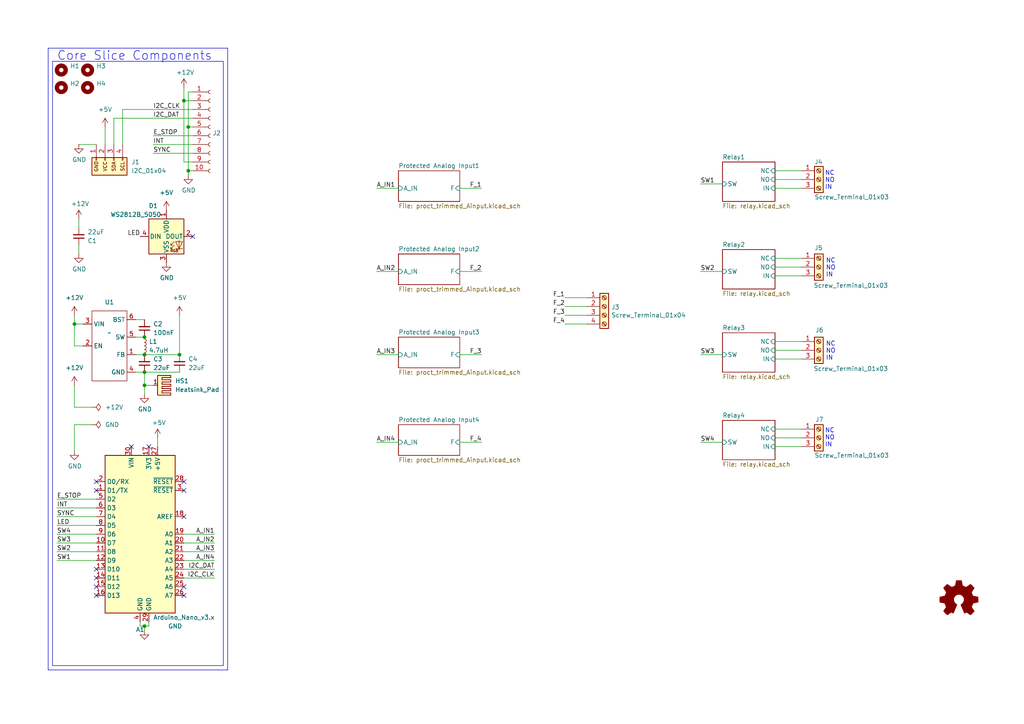
<source format=kicad_sch>
(kicad_sch (version 20231120) (generator "eeschema") (generator_version "8.0")
  (paper "A4")
  (lib_symbols
    (symbol "Connector:Conn_01x10_Female" (pin_names (offset 1.016) hide)
      (property "Reference" "J" (at 0 12.7 0))
      (property "Value" "Conn_01x10_Female" (at 0 -15.24 0))
      (symbol "Conn_01x10_Female_1_1"
        (arc (start 0 -12.192) (mid -0.5058 -12.7) (end 0 -13.208) (stroke (width 0.1524)))
        (arc (start 0 -9.652) (mid -0.5058 -10.16) (end 0 -10.668) (stroke (width 0.1524)))
        (arc (start 0 -7.112) (mid -0.5058 -7.62) (end 0 -8.128) (stroke (width 0.1524)))
        (arc (start 0 -4.572) (mid -0.5058 -5.08) (end 0 -5.588) (stroke (width 0.1524)))
        (arc (start 0 -2.032) (mid -0.5058 -2.54) (end 0 -3.048) (stroke (width 0.1524)))
        (polyline (pts (xy -1.27 -12.7) (xy -0.508 -12.7)) (stroke (width 0.1524)))
        (polyline (pts (xy -1.27 -10.16) (xy -0.508 -10.16)) (stroke (width 0.1524)))
        (polyline (pts (xy -1.27 -7.62) (xy -0.508 -7.62)) (stroke (width 0.1524)))
        (polyline (pts (xy -1.27 -5.08) (xy -0.508 -5.08)) (stroke (width 0.1524)))
        (polyline (pts (xy -1.27 -2.54) (xy -0.508 -2.54)) (stroke (width 0.1524)))
        (polyline (pts (xy -1.27 0) (xy -0.508 0)) (stroke (width 0.1524)))
        (polyline (pts (xy -1.27 2.54) (xy -0.508 2.54)) (stroke (width 0.1524)))
        (polyline (pts (xy -1.27 5.08) (xy -0.508 5.08)) (stroke (width 0.1524)))
        (polyline (pts (xy -1.27 7.62) (xy -0.508 7.62)) (stroke (width 0.1524)))
        (polyline (pts (xy -1.27 10.16) (xy -0.508 10.16)) (stroke (width 0.1524)))
        (arc (start 0 0.508) (mid -0.5058 0) (end 0 -0.508) (stroke (width 0.1524)))
        (arc (start 0 3.048) (mid -0.5058 2.54) (end 0 2.032) (stroke (width 0.1524)))
        (arc (start 0 5.588) (mid -0.5058 5.08) (end 0 4.572) (stroke (width 0.1524)))
        (arc (start 0 8.128) (mid -0.5058 7.62) (end 0 7.112) (stroke (width 0.1524)))
        (arc (start 0 10.668) (mid -0.5058 10.16) (end 0 9.652) (stroke (width 0.1524)))
        (pin passive line (at -5.08 10.16 0) (length 3.81) (name "Pin_1") (number "1"))
        (pin passive line (at -5.08 -12.7 0) (length 3.81) (name "Pin_10") (number "10"))
        (pin passive line (at -5.08 7.62 0) (length 3.81) (name "Pin_2") (number "2"))
        (pin passive line (at -5.08 5.08 0) (length 3.81) (name "Pin_3") (number "3"))
        (pin passive line (at -5.08 2.54 0) (length 3.81) (name "Pin_4") (number "4"))
        (pin passive line (at -5.08 0 0) (length 3.81) (name "Pin_5") (number "5"))
        (pin passive line (at -5.08 -2.54 0) (length 3.81) (name "Pin_6") (number "6"))
        (pin passive line (at -5.08 -5.08 0) (length 3.81) (name "Pin_7") (number "7"))
        (pin passive line (at -5.08 -7.62 0) (length 3.81) (name "Pin_8") (number "8"))
        (pin passive line (at -5.08 -10.16 0) (length 3.81) (name "Pin_9") (number "9"))
      )
    )
    (symbol "Connector:Screw_Terminal_01x03" (pin_names (offset 1.016) hide)
      (property "Reference" "J" (at 0 5.08 0))
      (property "Value" "Screw_Terminal_01x03" (at 0 -5.08 0))
      (symbol "Screw_Terminal_01x03_1_1"
        (rectangle (start -1.27 3.81) (end 1.27 -3.81) (stroke (width 0.254)) (fill (type background)))
        (circle (center 0 -2.54) (radius 0.635) (stroke (width 0.1524)))
        (polyline (pts (xy -0.5334 -2.2098) (xy 0.3302 -3.048)) (stroke (width 0.1524)))
        (polyline (pts (xy -0.5334 0.3302) (xy 0.3302 -0.508)) (stroke (width 0.1524)))
        (polyline (pts (xy -0.5334 2.8702) (xy 0.3302 2.032)) (stroke (width 0.1524)))
        (polyline (pts (xy -0.3556 -2.032) (xy 0.508 -2.8702)) (stroke (width 0.1524)))
        (polyline (pts (xy -0.3556 0.508) (xy 0.508 -0.3302)) (stroke (width 0.1524)))
        (polyline (pts (xy -0.3556 3.048) (xy 0.508 2.2098)) (stroke (width 0.1524)))
        (circle (center 0 0) (radius 0.635) (stroke (width 0.1524)))
        (circle (center 0 2.54) (radius 0.635) (stroke (width 0.1524)))
        (pin passive line (at -5.08 2.54 0) (length 3.81) (name "Pin_1") (number "1"))
        (pin passive line (at -5.08 0 0) (length 3.81) (name "Pin_2") (number "2"))
        (pin passive line (at -5.08 -2.54 0) (length 3.81) (name "Pin_3") (number "3"))
      )
    )
    (symbol "Connector:Screw_Terminal_01x04" (pin_names (offset 1.016) hide)
      (property "Reference" "J" (at 0 5.08 0))
      (property "Value" "Screw_Terminal_01x04" (at 0 -7.62 0))
      (symbol "Screw_Terminal_01x04_1_1"
        (rectangle (start -1.27 3.81) (end 1.27 -6.35) (stroke (width 0.254)) (fill (type background)))
        (circle (center 0 -5.08) (radius 0.635) (stroke (width 0.1524)))
        (circle (center 0 -2.54) (radius 0.635) (stroke (width 0.1524)))
        (polyline (pts (xy -0.5334 -4.7498) (xy 0.3302 -5.588)) (stroke (width 0.1524)))
        (polyline (pts (xy -0.5334 -2.2098) (xy 0.3302 -3.048)) (stroke (width 0.1524)))
        (polyline (pts (xy -0.5334 0.3302) (xy 0.3302 -0.508)) (stroke (width 0.1524)))
        (polyline (pts (xy -0.5334 2.8702) (xy 0.3302 2.032)) (stroke (width 0.1524)))
        (polyline (pts (xy -0.3556 -4.572) (xy 0.508 -5.4102)) (stroke (width 0.1524)))
        (polyline (pts (xy -0.3556 -2.032) (xy 0.508 -2.8702)) (stroke (width 0.1524)))
        (polyline (pts (xy -0.3556 0.508) (xy 0.508 -0.3302)) (stroke (width 0.1524)))
        (polyline (pts (xy -0.3556 3.048) (xy 0.508 2.2098)) (stroke (width 0.1524)))
        (circle (center 0 0) (radius 0.635) (stroke (width 0.1524)))
        (circle (center 0 2.54) (radius 0.635) (stroke (width 0.1524)))
        (pin passive line (at -5.08 2.54 0) (length 3.81) (name "Pin_1") (number "1"))
        (pin passive line (at -5.08 0 0) (length 3.81) (name "Pin_2") (number "2"))
        (pin passive line (at -5.08 -2.54 0) (length 3.81) (name "Pin_3") (number "3"))
        (pin passive line (at -5.08 -5.08 0) (length 3.81) (name "Pin_4") (number "4"))
      )
    )
    (symbol "Device:C_Small" (pin_numbers hide) (pin_names (offset 0.254) hide)
      (property "Reference" "C" (at 0.254 1.778 0))
      (property "Value" "C_Small" (at 0.254 -2.032 0))
      (symbol "C_Small_0_1"
        (polyline (pts (xy -1.524 -0.508) (xy 1.524 -0.508)) (stroke (width 0.3302)))
        (polyline (pts (xy -1.524 0.508) (xy 1.524 0.508)) (stroke (width 0.3048)))
      )
      (symbol "C_Small_1_1"
        (pin passive line (at 0 2.54 270) (length 2.032) (name "~") (number "1"))
        (pin passive line (at 0 -2.54 90) (length 2.032) (name "~") (number "2"))
      )
    )
    (symbol "Device:L_Small" (pin_numbers hide) (pin_names (offset 0.254) hide)
      (property "Reference" "L" (at 0.762 1.016 0))
      (property "Value" "L_Small" (at 0.762 -1.016 0))
      (symbol "L_Small_0_1"
        (arc (start 0 -2.032) (mid 0.5058 -1.524) (end 0 -1.016))
        (arc (start 0 -1.016) (mid 0.5058 -0.508) (end 0 0))
        (arc (start 0 0) (mid 0.5058 0.508) (end 0 1.016))
        (arc (start 0 1.016) (mid 0.5058 1.524) (end 0 2.032))
      )
      (symbol "L_Small_1_1"
        (pin passive line (at 0 2.54 270) (length 0.508) (name "~") (number "1"))
        (pin passive line (at 0 -2.54 90) (length 0.508) (name "~") (number "2"))
      )
    )
    (symbol "Graphic:Logo_Open_Hardware_Small" (in_bom no) (on_board no)
      (symbol "Logo_Open_Hardware_Small_0_1"
        (polyline (pts (xy 3.3528 -4.3434) (xy 3.302 -4.318) (xy 3.175 -4.2418) (xy 2.9972 -4.1148) (xy 2.7686 -3.9624) (xy 2.54 -3.81) (xy 2.3622 -3.7084) (xy 2.2352 -3.6068) (xy 2.1844 -3.5814) (xy 2.159 -3.6068) (xy 2.0574 -3.6576) (xy 1.905 -3.7338) (xy 1.8034 -3.7846) (xy 1.6764 -3.8354) (xy 1.6002 -3.8354) (xy 1.6002 -3.8354) (xy 1.5494 -3.7338) (xy 1.4732 -3.5306) (xy 1.3462 -3.302) (xy 1.2446 -3.0226) (xy 1.1176 -2.7178) (xy 0.9652 -2.413) (xy 0.8636 -2.1082) (xy 0.7366 -1.8288) (xy 0.6604 -1.6256) (xy 0.6096 -1.4732) (xy 0.5842 -1.397) (xy 0.5842 -1.397) (xy 0.6604 -1.3208) (xy 0.7874 -1.2446) (xy 1.0414 -1.016) (xy 1.2954 -0.6858) (xy 1.4478 -0.3302) (xy 1.524 0.0762) (xy 1.4732 0.4572) (xy 1.3208 0.8128) (xy 1.0668 1.143) (xy 0.762 1.3716) (xy 0.4064 1.524) (xy 0 1.5748) (xy -0.381 1.5494) (xy -0.7366 1.397) (xy -1.0668 1.143) (xy -1.2192 0.9906) (xy -1.397 0.6604) (xy -1.524 0.3048) (xy -1.524 0.2286) (xy -1.4986 -0.1778) (xy -1.397 -0.5334) (xy -1.1938 -0.8636) (xy -0.9144 -1.143) (xy -0.8636 -1.1684) (xy -0.7366 -1.27) (xy -0.635 -1.3462) (xy -0.5842 -1.397) (xy -1.0668 -2.5908) (xy -1.143 -2.794) (xy -1.2954 -3.1242) (xy -1.397 -3.4036) (xy -1.4986 -3.6322) (xy -1.5748 -3.7846) (xy -1.6002 -3.8354) (xy -1.6002 -3.8354) (xy -1.651 -3.8354) (xy -1.7272 -3.81) (xy -1.905 -3.7338) (xy -2.0066 -3.683) (xy -2.1336 -3.6068) (xy -2.2098 -3.5814) (xy -2.2606 -3.6068) (xy -2.3622 -3.683) (xy -2.54 -3.81) (xy -2.7686 -3.9624) (xy -2.9718 -4.0894) (xy -3.1496 -4.2164) (xy -3.302 -4.318) (xy -3.3528 -4.3434) (xy -3.3782 -4.3434) (xy -3.429 -4.318) (xy -3.5306 -4.2164) (xy -3.7084 -4.064) (xy -3.937 -3.8354) (xy -3.9624 -3.81) (xy -4.1656 -3.6068) (xy -4.318 -3.4544) (xy -4.4196 -3.3274) (xy -4.445 -3.2766) (xy -4.445 -3.2766) (xy -4.4196 -3.2258) (xy -4.318 -3.0734) (xy -4.2164 -2.8956) (xy -4.064 -2.667) (xy -3.6576 -2.0828) (xy -3.8862 -1.5494) (xy -3.937 -1.3716) (xy -4.0386 -1.1684) (xy -4.0894 -1.0414) (xy -4.1148 -0.9652) (xy -4.191 -0.9398) (xy -4.318 -0.9144) (xy -4.5466 -0.8636) (xy -4.8006 -0.8128) (xy -5.0546 -0.7874) (xy -5.2578 -0.7366) (xy -5.4356 -0.7112) (xy -5.5118 -0.6858) (xy -5.5118 -0.6858) (xy -5.5372 -0.635) (xy -5.5372 -0.5588) (xy -5.5372 -0.4318) (xy -5.5626 -0.2286) (xy -5.5626 0.0762) (xy -5.5626 0.127) (xy -5.5372 0.4064) (xy -5.5372 0.635) (xy -5.5372 0.762) (xy -5.5372 0.8382) (xy -5.5372 0.8382) (xy -5.461 0.8382) (xy -5.3086 0.889) (xy -5.08 0.9144) (xy -4.826 0.9652) (xy -4.8006 0.9906) (xy -4.5466 1.0414) (xy -4.318 1.0668) (xy -4.1656 1.1176) (xy -4.0894 1.143) (xy -4.0894 1.143) (xy -4.0386 1.2446) (xy -3.9624 1.4224) (xy -3.8608 1.6256) (xy -3.7846 1.8288) (xy -3.7084 2.0066) (xy -3.6576 2.159) (xy -3.6322 2.2098) (xy -3.6322 2.2098) (xy -3.683 2.286) (xy -3.7592 2.413) (xy -3.8862 2.5908) (xy -4.064 2.8194) (xy -4.064 2.8448) (xy -4.2164 3.0734) (xy -4.3434 3.2512) (xy -4.4196 3.3782) (xy -4.445 3.4544) (xy -4.445 3.4544) (xy -4.3942 3.5052) (xy -4.2926 3.6322) (xy -4.1148 3.81) (xy -3.937 4.0132) (xy -3.8608 4.064) (xy -3.6576 4.2926) (xy -3.5052 4.4196) (xy -3.4036 4.4958) (xy -3.3528 4.5212) (xy -3.3528 4.5212) (xy -3.302 4.4704) (xy -3.1496 4.3688) (xy -2.9718 4.2418) (xy -2.7432 4.0894) (xy -2.7178 4.0894) (xy -2.4892 3.937) (xy -2.3114 3.81) (xy -2.1844 3.7084) (xy -2.1336 3.683) (xy -2.1082 3.683) (xy -2.032 3.7084) (xy -1.8542 3.7592) (xy -1.6764 3.8354) (xy -1.4732 3.937) (xy -1.27 4.0132) (xy -1.143 4.064) (xy -1.0668 4.1148) (xy -1.0668 4.1148) (xy -1.0414 4.191) (xy -1.016 4.3434) (xy -0.9652 4.572) (xy -0.9144 4.8514) (xy -0.889 4.9022) (xy -0.8382 5.1562) (xy -0.8128 5.3848) (xy -0.7874 5.5372) (xy -0.762 5.588) (xy -0.7112 5.6134) (xy -0.5842 5.6134) (xy -0.4064 5.6134) (xy -0.1524 5.6134) (xy 0.0762 5.6134) (xy 0.3302 5.6134) (xy 0.5334 5.6134) (xy 0.6858 5.588) (xy 0.7366 5.588) (xy 0.7366 5.588) (xy 0.762 5.5118) (xy 0.8128 5.334) (xy 0.8382 5.1054) (xy 0.9144 4.826) (xy 0.9144 4.7752) (xy 0.9652 4.5212) (xy 1.016 4.2926) (xy 1.0414 4.1402) (xy 1.0668 4.0894) (xy 1.0668 4.0894) (xy 1.1938 4.0386) (xy 1.3716 3.9624) (xy 1.5748 3.8608) (xy 2.0828 3.6576) (xy 2.7178 4.0894) (xy 2.7686 4.1402) (xy 2.9972 4.2926) (xy 3.175 4.4196) (xy 3.302 4.4958) (xy 3.3782 4.5212) (xy 3.3782 4.5212) (xy 3.429 4.4704) (xy 3.556 4.3434) (xy 3.7338 4.191) (xy 3.9116 3.9878) (xy 4.064 3.8354) (xy 4.2418 3.6576) (xy 4.3434 3.556) (xy 4.4196 3.4798) (xy 4.4196 3.429) (xy 4.4196 3.4036) (xy 4.3942 3.3274) (xy 4.2926 3.2004) (xy 4.1656 2.9972) (xy 4.0132 2.794) (xy 3.8862 2.5908) (xy 3.7592 2.3876) (xy 3.6576 2.2352) (xy 3.6322 2.159) (xy 3.6322 2.1336) (xy 3.683 2.0066) (xy 3.7592 1.8288) (xy 3.8608 1.6002) (xy 4.064 1.1176) (xy 4.3942 1.0414) (xy 4.5974 1.016) (xy 4.8768 0.9652) (xy 5.1308 0.9144) (xy 5.5372 0.8382) (xy 5.5626 -0.6604) (xy 5.4864 -0.6858) (xy 5.4356 -0.6858) (xy 5.2832 -0.7366) (xy 5.0546 -0.762) (xy 4.8006 -0.8128) (xy 4.5974 -0.8636) (xy 4.3688 -0.9144) (xy 4.2164 -0.9398) (xy 4.1402 -0.9398) (xy 4.1148 -0.9652) (xy 4.064 -1.0668) (xy 3.9878 -1.2446) (xy 3.9116 -1.4478) (xy 3.81 -1.651) (xy 3.7338 -1.8542) (xy 3.683 -2.0066) (xy 3.6576 -2.0828) (xy 3.683 -2.1336) (xy 3.7846 -2.2606) (xy 3.8862 -2.4638) (xy 4.0386 -2.667) (xy 4.191 -2.8956) (xy 4.318 -3.0734) (xy 4.3942 -3.2004) (xy 4.445 -3.2766) (xy 4.4196 -3.3274) (xy 4.3434 -3.429) (xy 4.1656 -3.5814) (xy 3.937 -3.8354) (xy 3.8862 -3.8608) (xy 3.683 -4.064) (xy 3.5306 -4.2164) (xy 3.4036 -4.318) (xy 3.3528 -4.3434)) (fill (type outline)))
      )
    )
    (symbol "MCU_Module:Arduino_Nano_v3.x"
      (property "Reference" "A" (at -10.16 23.495 0))
      (property "Value" "Arduino_Nano_v3.x" (at 5.08 -24.13 0))
      (symbol "Arduino_Nano_v3.x_0_1"
        (rectangle (start -10.16 22.86) (end 10.16 -22.86) (stroke (width 0.254)) (fill (type background)))
      )
      (symbol "Arduino_Nano_v3.x_1_1"
        (pin bidirectional line (at -12.7 12.7 0) (length 2.54) (name "D1/TX") (number "1"))
        (pin bidirectional line (at -12.7 -2.54 0) (length 2.54) (name "D7") (number "10"))
        (pin bidirectional line (at -12.7 -5.08 0) (length 2.54) (name "D8") (number "11"))
        (pin bidirectional line (at -12.7 -7.62 0) (length 2.54) (name "D9") (number "12"))
        (pin bidirectional line (at -12.7 -10.16 0) (length 2.54) (name "D10") (number "13"))
        (pin bidirectional line (at -12.7 -12.7 0) (length 2.54) (name "D11") (number "14"))
        (pin bidirectional line (at -12.7 -15.24 0) (length 2.54) (name "D12") (number "15"))
        (pin bidirectional line (at -12.7 -17.78 0) (length 2.54) (name "D13") (number "16"))
        (pin power_out line (at 2.54 25.4 270) (length 2.54) (name "3V3") (number "17"))
        (pin input line (at 12.7 5.08 180) (length 2.54) (name "AREF") (number "18"))
        (pin bidirectional line (at 12.7 0 180) (length 2.54) (name "A0") (number "19"))
        (pin bidirectional line (at -12.7 15.24 0) (length 2.54) (name "D0/RX") (number "2"))
        (pin bidirectional line (at 12.7 -2.54 180) (length 2.54) (name "A1") (number "20"))
        (pin bidirectional line (at 12.7 -5.08 180) (length 2.54) (name "A2") (number "21"))
        (pin bidirectional line (at 12.7 -7.62 180) (length 2.54) (name "A3") (number "22"))
        (pin bidirectional line (at 12.7 -10.16 180) (length 2.54) (name "A4") (number "23"))
        (pin bidirectional line (at 12.7 -12.7 180) (length 2.54) (name "A5") (number "24"))
        (pin bidirectional line (at 12.7 -15.24 180) (length 2.54) (name "A6") (number "25"))
        (pin bidirectional line (at 12.7 -17.78 180) (length 2.54) (name "A7") (number "26"))
        (pin power_out line (at 5.08 25.4 270) (length 2.54) (name "+5V") (number "27"))
        (pin input line (at 12.7 15.24 180) (length 2.54) (name "~{RESET}") (number "28"))
        (pin power_in line (at 2.54 -25.4 90) (length 2.54) (name "GND") (number "29"))
        (pin input line (at 12.7 12.7 180) (length 2.54) (name "~{RESET}") (number "3"))
        (pin power_in line (at -2.54 25.4 270) (length 2.54) (name "VIN") (number "30"))
        (pin power_in line (at 0 -25.4 90) (length 2.54) (name "GND") (number "4"))
        (pin bidirectional line (at -12.7 10.16 0) (length 2.54) (name "D2") (number "5"))
        (pin bidirectional line (at -12.7 7.62 0) (length 2.54) (name "D3") (number "6"))
        (pin bidirectional line (at -12.7 5.08 0) (length 2.54) (name "D4") (number "7"))
        (pin bidirectional line (at -12.7 2.54 0) (length 2.54) (name "D5") (number "8"))
        (pin bidirectional line (at -12.7 0 0) (length 2.54) (name "D6") (number "9"))
      )
    )
    (symbol "Mechanical:Heatsink_Pad" (pin_names (offset 0))
      (property "Reference" "HS" (at 0 5.715 0))
      (property "Value" "Heatsink_Pad" (at 0 3.81 0))
      (symbol "Heatsink_Pad_0_1"
        (polyline (pts (xy -0.3302 0) (xy -0.9652 0) (xy -0.9652 2.54) (xy -1.6002 2.54) (xy -1.6002 0) (xy -2.2352 0) (xy -2.2352 2.54) (xy -2.8702 2.54) (xy -2.8702 -1.27) (xy -0.9652 -1.27)) (stroke (width 0.254)) (fill (type background)))
        (polyline (pts (xy -0.3302 0) (xy -0.3302 2.54) (xy 0.3048 2.54) (xy 0.3048 0) (xy 0.9398 0) (xy 0.9398 2.54) (xy 1.5748 2.54) (xy 1.5748 0) (xy 2.2098 0) (xy 2.2098 2.54) (xy 2.8448 2.54) (xy 2.8448 -1.27) (xy -0.9652 -1.27)) (stroke (width 0.254)) (fill (type background)))
      )
      (symbol "Heatsink_Pad_1_1"
        (pin passive line (at 0 -2.54 90) (length 1.27) (name "~") (number "1"))
      )
    )
    (symbol "Mechanical:MountingHole" (pin_names (offset 1.016))
      (property "Reference" "H" (at 0 5.08 0))
      (property "Value" "MountingHole" (at 0 3.175 0))
      (symbol "MountingHole_0_1"
        (circle (center 0 0) (radius 1.27) (stroke (width 1.27)))
      )
    )
    (symbol "SparkFun-Connector:I2C_01x04" (pin_names (offset 1.016) hide)
      (property "Reference" "J" (at 0 5.08 0))
      (property "Value" "I2C_01x04" (at 0 -7.62 0))
      (symbol "I2C_01x04_1_1"
        (rectangle (start -1.27 -4.953) (end -0.508 -5.207) (stroke (width 0.1524)))
        (rectangle (start -1.27 -2.413) (end -0.508 -2.667) (stroke (width 0.1524)))
        (rectangle (start -1.27 0.127) (end -0.508 -0.127) (stroke (width 0.1524)))
        (rectangle (start -1.27 2.667) (end -0.508 2.413) (stroke (width 0.1524)))
        (rectangle (start -1.27 3.81) (end 3.81 -6.35) (stroke (width 0.254)) (fill (type background)))
        (text "GND" (at 1.27 -5.08 0) (effects (font (size 1 1))))
        (text "SCL" (at 1.27 2.54 0) (effects (font (size 1 1))))
        (text "SDA" (at 1.27 0 0) (effects (font (size 1 1))))
        (text "VCC" (at 1.27 -2.54 0) (effects (font (size 1 1))))
        (pin passive line (at -5.08 -5.08 0) (length 3.81) (name "Pin_1") (number "1"))
        (pin passive line (at -5.08 -2.54 0) (length 3.81) (name "Pin_2") (number "2"))
        (pin passive line (at -5.08 0 0) (length 3.81) (name "Pin_3") (number "3"))
        (pin passive line (at -5.08 2.54 0) (length 3.81) (name "Pin_4") (number "4"))
      )
    )
    (symbol "SparkFun-DiscreteSemi:AP63205"
      (property "Reference" "U" (at 0 7.62 0))
      (symbol "AP63205_0_1"
        (rectangle (start -5.08 6.35) (end 5.08 -13.97))
      )
      (symbol "AP63205_1_1"
        (pin input line (at 7.62 -6.35 180) (length 2.54) (name "FB") (number "1"))
        (pin input line (at -7.62 -3.81 0) (length 2.54) (name "EN") (number "2"))
        (pin input line (at -7.62 2.54 0) (length 2.54) (name "VIN") (number "3"))
        (pin input line (at 7.62 -11.43 180) (length 2.54) (name "GND") (number "4"))
        (pin input line (at 7.62 -1.27 180) (length 2.54) (name "SW") (number "5"))
        (pin input line (at 7.62 3.81 180) (length 2.54) (name "BST") (number "6"))
      )
    )
    (symbol "SparkFun-LED:WS2812B_5050" (pin_names (offset 0.254))
      (property "Reference" "D" (at 5.08 5.715 0))
      (property "Value" "WS2812B_5050" (at 1.27 -5.715 0))
      (symbol "WS2812B_5050_0_0"
        (text "RGB" (at 2.286 -4.191 0) (effects (font (size 0.762 0.762))))
      )
      (symbol "WS2812B_5050_0_1"
        (polyline (pts (xy 1.27 -3.556) (xy 1.778 -3.556)))
        (polyline (pts (xy 1.27 -2.54) (xy 1.778 -2.54)))
        (polyline (pts (xy 4.699 -3.556) (xy 2.667 -3.556)))
        (polyline (pts (xy 2.286 -2.54) (xy 1.27 -3.556) (xy 1.27 -3.048)))
        (polyline (pts (xy 2.286 -1.524) (xy 1.27 -2.54) (xy 1.27 -2.032)))
        (polyline (pts (xy 3.683 -1.016) (xy 3.683 -3.556) (xy 3.683 -4.064)))
        (polyline (pts (xy 4.699 -1.524) (xy 2.667 -1.524) (xy 3.683 -3.556) (xy 4.699 -1.524)))
        (rectangle (start 5.08 5.08) (end -5.08 -5.08) (stroke (width 0.254)) (fill (type background)))
      )
      (symbol "WS2812B_5050_1_1"
        (pin power_in line (at 0 7.62 270) (length 2.54) (name "VDD") (number "1"))
        (pin output line (at 7.62 0 180) (length 2.54) (name "DOUT") (number "2"))
        (pin power_in line (at 0 -7.62 90) (length 2.54) (name "VSS") (number "3"))
        (pin input line (at -7.62 0 0) (length 2.54) (name "DIN") (number "4"))
      )
    )
    (symbol "power:+12V" (power) (pin_names (offset 0))
      (property "Value" "+12V" (at 0 3.556 0))
      (symbol "+12V_0_1"
        (polyline (pts (xy -0.762 1.27) (xy 0 2.54)))
        (polyline (pts (xy 0 0) (xy 0 2.54)))
        (polyline (pts (xy 0 2.54) (xy 0.762 1.27)))
      )
      (symbol "+12V_1_1"
        (pin power_in line (at 0 0 90) (length 0) hide (name "+12V") (number "1"))
      )
    )
    (symbol "power:+5V" (power) (pin_names (offset 0))
      (property "Value" "+5V" (at 0 3.556 0))
      (symbol "+5V_0_1"
        (polyline (pts (xy -0.762 1.27) (xy 0 2.54)))
        (polyline (pts (xy 0 0) (xy 0 2.54)))
        (polyline (pts (xy 0 2.54) (xy 0.762 1.27)))
      )
      (symbol "+5V_1_1"
        (pin power_in line (at 0 0 90) (length 0) hide (name "+5V") (number "1"))
      )
    )
    (symbol "power:GND" (power) (pin_names (offset 0))
      (property "Value" "GND" (at 0 -3.81 0))
      (symbol "GND_0_1"
        (polyline (pts (xy 0 0) (xy 0 -1.27) (xy 1.27 -1.27) (xy 0 -2.54) (xy -1.27 -1.27) (xy 0 -1.27)))
      )
      (symbol "GND_1_1"
        (pin power_in line (at 0 0 270) (length 0) hide (name "GND") (number "1"))
      )
    )
    (symbol "power:PWR_FLAG" (power) (pin_numbers hide) (pin_names (offset 0) hide)
      (property "Value" "PWR_FLAG" (at 0 3.81 0))
      (symbol "PWR_FLAG_0_0"
        (pin power_out line (at 0 0 90) (length 0) (name "~") (number "1"))
      )
      (symbol "PWR_FLAG_0_1"
        (polyline (pts (xy 0 0) (xy 0 1.27) (xy -1.016 1.905) (xy 0 2.54) (xy 1.016 1.905) (xy 0 1.27)))
      )
    )
  )
  (junction (at 54.61 49.53))
  (junction (at 41.91 107.95))
  (junction (at 41.91 111.76))
  (junction (at 41.91 102.87))
  (junction (at 53.34 29.21))
  (junction (at 41.91 181.61))
  (junction (at 54.61 36.83))
  (junction (at 52.07 102.87))
  (junction (at 41.91 97.79))
  (junction (at 21.59 93.98))
  (no_connect (at 53.34 149.86))
  (no_connect (at 27.94 167.64))
  (no_connect (at 27.94 142.24))
  (no_connect (at 27.94 170.18))
  (no_connect (at 27.94 165.1))
  (no_connect (at 27.94 139.7))
  (no_connect (at 38.1 129.54))
  (no_connect (at 43.18 129.54))
  (no_connect (at 53.34 172.72))
  (no_connect (at 53.34 170.18))
  (no_connect (at 53.34 139.7))
  (no_connect (at 27.94 172.72))
  (no_connect (at 53.34 142.24))
  (no_connect (at 55.88 68.58))
  (polyline (pts (xy 66.04 194.31) (xy 66.04 13.97)))
  (wire (pts (xy 16.51 157.48) (xy 27.94 157.48)))
  (wire (pts (xy 43.18 181.61) (xy 43.18 180.34)))
  (wire (pts (xy 224.79 74.93) (xy 232.41 74.93)))
  (wire (pts (xy 203.2 78.74) (xy 209.55 78.74)))
  (wire (pts (xy 16.51 154.94) (xy 27.94 154.94)))
  (wire (pts (xy 224.79 80.01) (xy 232.41 80.01)))
  (wire (pts (xy 133.35 102.87) (xy 139.7 102.87)))
  (polyline (pts (xy 66.04 13.97) (xy 13.97 13.97)))
  (wire (pts (xy 22.86 71.12) (xy 22.86 73.66)))
  (wire (pts (xy 16.51 160.02) (xy 27.94 160.02)))
  (wire (pts (xy 41.91 181.61) (xy 43.18 181.61)))
  (wire (pts (xy 224.79 52.07) (xy 232.41 52.07)))
  (wire (pts (xy 21.59 100.33) (xy 21.59 93.98)))
  (wire (pts (xy 224.79 124.46) (xy 232.41 124.46)))
  (wire (pts (xy 44.45 41.91) (xy 55.88 41.91)))
  (polyline (pts (xy 13.97 13.97) (xy 13.97 194.31)))
  (wire (pts (xy 53.34 29.21) (xy 55.88 29.21)))
  (wire (pts (xy 224.79 101.6) (xy 232.41 101.6)))
  (wire (pts (xy 224.79 104.14) (xy 232.41 104.14)))
  (wire (pts (xy 109.22 128.27) (xy 115.57 128.27)))
  (wire (pts (xy 39.37 92.71) (xy 41.91 92.71)))
  (wire (pts (xy 224.79 54.61) (xy 232.41 54.61)))
  (polyline (pts (xy 13.97 194.31) (xy 66.04 194.31)))
  (wire (pts (xy 53.34 25.4) (xy 53.34 29.21)))
  (wire (pts (xy 22.86 41.91) (xy 27.94 41.91)))
  (wire (pts (xy 224.79 77.47) (xy 232.41 77.47)))
  (wire (pts (xy 133.35 78.74) (xy 139.7 78.74)))
  (wire (pts (xy 203.2 128.27) (xy 209.55 128.27)))
  (wire (pts (xy 54.61 49.53) (xy 54.61 36.83)))
  (wire (pts (xy 203.2 102.87) (xy 209.55 102.87)))
  (wire (pts (xy 55.88 39.37) (xy 44.45 39.37)))
  (polyline (pts (xy 64.77 17.78) (xy 15.24 17.78)))
  (wire (pts (xy 53.34 157.48) (xy 62.23 157.48)))
  (wire (pts (xy 55.88 46.99) (xy 53.34 46.99)))
  (wire (pts (xy 44.45 44.45) (xy 55.88 44.45)))
  (wire (pts (xy 35.56 31.75) (xy 55.88 31.75)))
  (wire (pts (xy 16.51 149.86) (xy 27.94 149.86)))
  (wire (pts (xy 39.37 97.79) (xy 41.91 97.79)))
  (wire (pts (xy 203.2 53.34) (xy 209.55 53.34)))
  (wire (pts (xy 33.02 34.29) (xy 55.88 34.29)))
  (wire (pts (xy 52.07 102.87) (xy 52.07 91.44)))
  (wire (pts (xy 53.34 162.56) (xy 62.23 162.56)))
  (wire (pts (xy 45.72 127) (xy 45.72 129.54)))
  (wire (pts (xy 40.64 180.34) (xy 40.64 181.61)))
  (wire (pts (xy 39.37 107.95) (xy 41.91 107.95)))
  (wire (pts (xy 21.59 100.33) (xy 24.13 100.33)))
  (wire (pts (xy 133.35 128.27) (xy 139.7 128.27)))
  (wire (pts (xy 224.79 127) (xy 232.41 127)))
  (wire (pts (xy 41.91 107.95) (xy 52.07 107.95)))
  (polyline (pts (xy 64.77 193.04) (xy 64.77 17.78)))
  (wire (pts (xy 54.61 26.67) (xy 55.88 26.67)))
  (wire (pts (xy 22.86 63.5) (xy 22.86 66.04)))
  (wire (pts (xy 44.45 111.76) (xy 41.91 111.76)))
  (wire (pts (xy 133.35 54.61) (xy 139.7 54.61)))
  (polyline (pts (xy 15.24 193.04) (xy 64.77 193.04)))
  (wire (pts (xy 55.88 36.83) (xy 54.61 36.83)))
  (wire (pts (xy 16.51 152.4) (xy 27.94 152.4)))
  (wire (pts (xy 40.64 181.61) (xy 41.91 181.61)))
  (wire (pts (xy 16.51 162.56) (xy 27.94 162.56)))
  (wire (pts (xy 41.91 102.87) (xy 52.07 102.87)))
  (wire (pts (xy 41.91 181.61) (xy 41.91 182.88)))
  (wire (pts (xy 26.67 118.11) (xy 21.59 118.11)))
  (wire (pts (xy 27.94 144.78) (xy 16.51 144.78)))
  (wire (pts (xy 109.22 54.61) (xy 115.57 54.61)))
  (wire (pts (xy 53.34 160.02) (xy 62.23 160.02)))
  (wire (pts (xy 53.34 46.99) (xy 53.34 29.21)))
  (wire (pts (xy 224.79 49.53) (xy 232.41 49.53)))
  (wire (pts (xy 54.61 50.8) (xy 54.61 49.53)))
  (wire (pts (xy 224.79 129.54) (xy 232.41 129.54)))
  (wire (pts (xy 21.59 118.11) (xy 21.59 111.76)))
  (wire (pts (xy 109.22 102.87) (xy 115.57 102.87)))
  (wire (pts (xy 16.51 147.32) (xy 27.94 147.32)))
  (wire (pts (xy 53.34 167.64) (xy 62.23 167.64)))
  (wire (pts (xy 53.34 154.94) (xy 62.23 154.94)))
  (wire (pts (xy 39.37 102.87) (xy 41.91 102.87)))
  (wire (pts (xy 54.61 36.83) (xy 54.61 26.67)))
  (wire (pts (xy 170.18 88.9) (xy 163.83 88.9)))
  (wire (pts (xy 62.23 165.1) (xy 53.34 165.1)))
  (wire (pts (xy 33.02 41.91) (xy 33.02 34.29)))
  (wire (pts (xy 26.67 123.19) (xy 21.59 123.19)))
  (wire (pts (xy 170.18 93.98) (xy 163.83 93.98)))
  (wire (pts (xy 55.88 49.53) (xy 54.61 49.53)))
  (wire (pts (xy 224.79 99.06) (xy 232.41 99.06)))
  (wire (pts (xy 35.56 41.91) (xy 35.56 31.75)))
  (wire (pts (xy 170.18 86.36) (xy 163.83 86.36)))
  (wire (pts (xy 170.18 91.44) (xy 163.83 91.44)))
  (wire (pts (xy 41.91 111.76) (xy 41.91 107.95)))
  (wire (pts (xy 109.22 78.74) (xy 115.57 78.74)))
  (wire (pts (xy 21.59 123.19) (xy 21.59 130.81)))
  (wire (pts (xy 21.59 93.98) (xy 24.13 93.98)))
  (wire (pts (xy 41.91 114.3) (xy 41.91 111.76)))
  (wire (pts (xy 30.48 36.83) (xy 30.48 41.91)))
  (wire (pts (xy 21.59 91.44) (xy 21.59 93.98)))
  (polyline (pts (xy 15.24 17.78) (xy 15.24 193.04)))
  (text "NC\nNO\nIN" (at 239.268 55.118 0) (effects (font (size 1.27 1.27)) (justify left bottom)))
  (text "NC\nNO\nIN" (at 239.522 80.518 0) (effects (font (size 1.27 1.27)) (justify left bottom)))
  (text "Core Slice Components" (at 16.51 17.78 0) (effects (font (size 2.54 2.54)) (justify left bottom)))
  (text "NC\nNO\nIN" (at 239.522 104.648 0) (effects (font (size 1.27 1.27)) (justify left bottom)))
  (text "NC\nNO\nIN" (at 239.268 129.794 0) (effects (font (size 1.27 1.27)) (justify left bottom)))
  (label "LED" (at 40.64 68.58 180))
  (label "LED" (at 16.51 152.4 0))
  (label "SW2" (at 16.51 160.02 0))
  (label "I2C_CLK" (at 44.45 31.75 0))
  (label "I2C_DAT" (at 44.45 34.29 0))
  (label "E_STOP" (at 16.51 144.78 0))
  (label "E_STOP" (at 44.45 39.37 0))
  (label "A_IN4" (at 62.23 162.56 180))
  (label "SW4" (at 203.2 128.27 0))
  (label "F_2" (at 139.7 78.74 180))
  (label "F_3" (at 163.83 91.44 180))
  (label "F_1" (at 139.7 54.61 180))
  (label "INT" (at 16.51 147.32 0))
  (label "A_IN3" (at 109.22 102.87 0))
  (label "F_2" (at 163.83 88.9 180))
  (label "SW3" (at 203.2 102.87 0))
  (label "SW3" (at 16.51 157.48 0))
  (label "SYNC" (at 16.51 149.86 0))
  (label "SW1" (at 203.2 53.34 0))
  (label "SYNC" (at 44.45 44.45 0))
  (label "A_IN3" (at 62.23 160.02 180))
  (label "A_IN2" (at 62.23 157.48 180))
  (label "F_4" (at 163.83 93.98 180))
  (label "A_IN4" (at 109.22 128.27 0))
  (label "I2C_DAT" (at 62.23 165.1 180))
  (label "SW1" (at 16.51 162.56 0))
  (label "A_IN1" (at 109.22 54.61 0))
  (label "A_IN2" (at 109.22 78.74 0))
  (label "INT" (at 44.45 41.91 0))
  (label "SW4" (at 16.51 154.94 0))
  (label "I2C_CLK" (at 62.23 167.64 180))
  (label "F_1" (at 163.83 86.36 180))
  (label "F_4" (at 139.7 128.27 180))
  (label "F_3" (at 139.7 102.87 180))
  (label "A_IN1" (at 62.23 154.94 180))
  (label "SW2" (at 203.2 78.74 0))
  (symbol (lib_id "power:GND") (at 41.91 182.88 0) (unit 1)
    (property "Reference" "#PWR09" (effects (hide yes)))
    (property "Value" "GND" (at 50.8 181.61 0))
  )
  (symbol (lib_id "power:+5V") (at 45.72 127 0) (unit 1)
    (property "Reference" "#PWR010" (effects (hide yes)))
    (property "Value" "+5V" (at 46.101 122.6058 0))
  )
  (symbol (lib_id "power:GND") (at 22.86 73.66 0) (unit 1)
    (property "Reference" "#PWR06" (effects (hide yes)))
    (property "Value" "GND" (at 22.987 78.0542 0))
  )
  (symbol (lib_id "Mechanical:MountingHole") (at 17.78 20.32 0) (unit 1)
    (property "Reference" "H1" (at 20.32 19.1516 0) (effects (justify left)))
    (property "Value" "MountingHole" (effects (hide yes)))
    (property "Footprint" "MountingHole:MountingHole_5mm" (effects (hide yes)))
  )
  (symbol (lib_id "Mechanical:MountingHole") (at 17.78 25.4 0) (unit 1)
    (property "Reference" "H2" (at 20.32 24.2316 0) (effects (justify left)))
    (property "Value" "MountingHole" (effects (hide yes)))
    (property "Footprint" "MountingHole:MountingHole_5mm" (effects (hide yes)))
  )
  (symbol (lib_id "Mechanical:MountingHole") (at 25.4 20.32 0) (unit 1)
    (property "Reference" "H3" (at 27.94 19.1516 0) (effects (justify left)))
    (property "Value" "MountingHole" (effects (hide yes)))
    (property "Footprint" "MountingHole:MountingHole_5mm" (effects (hide yes)))
  )
  (symbol (lib_id "Mechanical:MountingHole") (at 25.4 25.4 0) (unit 1)
    (property "Reference" "H4" (at 27.94 24.2316 0) (effects (justify left)))
    (property "Value" "MountingHole" (effects (hide yes)))
    (property "Footprint" "MountingHole:MountingHole_5mm" (effects (hide yes)))
  )
  (symbol (lib_id "MCU_Module:Arduino_Nano_v3.x") (at 40.64 154.94 0) (unit 1)
    (property "Reference" "A1" (at 40.64 182.6006 0))
    (property "Value" "Arduino_Nano_v3.x" (at 53.34 179.07 0))
    (property "Footprint" "Module:Arduino_Nano" (effects (hide yes)))
    (property "Datasheet" "http://www.mouser.com/pdfdocs/Gravitech_Arduino_Nano3_0.pdf" (effects (hide yes)))
  )
  (symbol (lib_id "Graphic:Logo_Open_Hardware_Small") (at 278.13 173.99 0) (unit 1) (exclude_from_sim yes)
    (property "Reference" "#SYM1" (effects (hide yes)))
    (property "Value" "Logo_Open_Hardware_Small" (effects (hide yes)))
    (property "Footprint" "Symbol:OSHW-Symbol_6.7x6mm_SilkScreen" (effects (hide yes)))
  )
  (symbol (lib_id "Connector:Conn_01x10_Female") (at 60.96 36.83 0) (unit 1)
    (property "Reference" "J2" (at 61.6712 38.608 0) (effects (justify left)))
    (property "Value" "Conn_01x10_Female" (effects (hide yes)))
    (property "Footprint" "Connector_PinSocket_2.54mm:PinSocket_1x10_P2.54mm_Horizontal" (effects (hide yes)))
  )
  (symbol (lib_id "power:+12V") (at 53.34 25.4 0) (unit 1)
    (property "Reference" "#PWR014" (effects (hide yes)))
    (property "Value" "+12V" (at 53.721 21.0058 0))
  )
  (symbol (lib_id "power:GND") (at 54.61 50.8 0) (unit 1)
    (property "Reference" "#PWR015" (effects (hide yes)))
    (property "Value" "GND" (at 54.737 55.1942 0))
  )
  (symbol (lib_id "power:+12V") (at 22.86 63.5 0) (unit 1)
    (property "Reference" "#PWR05" (effects (hide yes)))
    (property "Value" "+12V" (at 23.241 59.1058 0))
  )
  (symbol (lib_id "power:+12V") (at 21.59 111.76 0) (unit 1)
    (property "Reference" "#PWR02" (effects (hide yes)))
    (property "Value" "+12V" (at 21.59 106.68 0))
  )
  (symbol (lib_id "Device:C_Small") (at 41.91 95.25 180) (unit 1)
    (property "Reference" "C2" (at 44.45 93.9736 0) (effects (justify right)))
    (property "Value" "100nF" (at 44.45 96.5136 0) (effects (justify right)))
    (property "Footprint" "Capacitor_SMD:C_1206_3216Metric" (effects (hide yes)))
  )
  (symbol (lib_id "power:+12V") (at 21.59 91.44 0) (unit 1)
    (property "Reference" "#PWR01" (effects (hide yes)))
    (property "Value" "+12V" (at 21.59 86.36 0))
  )
  (symbol (lib_id "Device:C_Small") (at 41.91 105.41 180) (unit 1)
    (property "Reference" "C3" (at 44.45 104.1336 0) (effects (justify right)))
    (property "Value" "22uF" (at 44.45 106.6736 0) (effects (justify right)))
    (property "Footprint" "Capacitor_SMD:C_1206_3216Metric" (effects (hide yes)))
  )
  (symbol (lib_id "power:GND") (at 21.59 130.81 0) (unit 1)
    (property "Reference" "#PWR03" (effects (hide yes)))
    (property "Value" "GND" (at 21.717 135.2042 0))
  )
  (symbol (lib_id "SparkFun-DiscreteSemi:AP63205") (at 31.75 96.52 0) (unit 1)
    (property "Reference" "U1" (at 31.75 87.63 0))
    (property "Value" "~" (at 31.75 96.52 0))
    (property "Footprint" "Package_TO_SOT_SMD:TSOT-23-6" (effects (hide yes)))
  )
  (symbol (lib_id "Connector:Screw_Terminal_01x03") (at 237.49 101.6 0) (unit 1)
    (property "Reference" "J6" (at 236.474 95.758 0) (effects (justify left)))
    (property "Value" "Screw_Terminal_01x03" (at 235.966 106.934 0) (effects (justify left)))
    (property "Footprint" "TerminalBlock_Phoenix:TerminalBlock_Phoenix_MKDS-1,5-3-5.08_1x03_P5.08mm_Horizontal" (effects (hide yes)))
  )
  (symbol (lib_id "power:GND") (at 41.91 114.3 0) (unit 1)
    (property "Reference" "#PWR08" (effects (hide yes)))
    (property "Value" "GND" (at 42.037 118.6942 0))
  )
  (symbol (lib_id "Connector:Screw_Terminal_01x03") (at 237.49 127 0) (unit 1)
    (property "Reference" "J7" (at 236.474 121.666 0) (effects (justify left)))
    (property "Value" "Screw_Terminal_01x03" (at 236.22 132.08 0) (effects (justify left)))
    (property "Footprint" "TerminalBlock_Phoenix:TerminalBlock_Phoenix_MKDS-1,5-3-5.08_1x03_P5.08mm_Horizontal" (effects (hide yes)))
  )
  (symbol (lib_id "Mechanical:Heatsink_Pad") (at 46.99 111.76 270) (unit 1)
    (property "Reference" "HS1" (at 50.8 110.4773 90) (effects (justify left)))
    (property "Value" "Heatsink_Pad" (at 50.8 113.0173 90) (effects (justify left)))
    (property "Footprint" "KML-Custom:Thermal Pad" (effects (hide yes)))
  )
  (symbol (lib_id "Device:L_Small") (at 41.91 100.33 0) (unit 1)
    (property "Reference" "L1" (at 43.18 99.06 0) (effects (justify left)))
    (property "Value" "4.7uH" (at 43.18 101.6 0) (effects (justify left)))
    (property "Footprint" "Inductor_SMD:L_1210_3225Metric" (effects (hide yes)))
  )
  (symbol (lib_id "power:+5V") (at 30.48 36.83 0) (unit 1)
    (property "Reference" "#PWR07" (effects (hide yes)))
    (property "Value" "+5V" (at 30.48 31.75 0))
  )
  (symbol (lib_id "power:GND") (at 48.26 76.2 0) (unit 1)
    (property "Reference" "#PWR012" (effects (hide yes)))
    (property "Value" "GND" (at 48.387 80.5942 0))
  )
  (symbol (lib_id "power:+5V") (at 52.07 91.44 0) (unit 1)
    (property "Reference" "#PWR013" (effects (hide yes)))
    (property "Value" "+5V" (at 52.07 86.36 0))
  )
  (symbol (lib_id "Device:C_Small") (at 52.07 105.41 180) (unit 1)
    (property "Reference" "C4" (at 54.61 104.1336 0) (effects (justify right)))
    (property "Value" "22uF" (at 54.61 106.6736 0) (effects (justify right)))
    (property "Footprint" "Capacitor_SMD:C_1206_3216Metric" (effects (hide yes)))
  )
  (symbol (lib_id "power:PWR_FLAG") (at 26.67 123.19 270) (unit 1)
    (property "Reference" "#FLG02" (effects (hide yes)))
    (property "Value" "GND" (at 30.48 123.1899 90) (effects (justify left)))
    (property "Description" "Special symbol for telling ERC where power comes from" (effects (hide yes)))
  )
  (symbol (lib_id "power:GND") (at 22.86 41.91 0) (unit 1)
    (property "Reference" "#PWR04" (effects (hide yes)))
    (property "Value" "GND" (at 22.987 46.3042 0))
  )
  (symbol (lib_id "power:+5V") (at 48.26 60.96 0) (unit 1)
    (property "Reference" "#PWR011" (effects (hide yes)))
    (property "Value" "+5V" (at 48.26 55.88 0))
  )
  (symbol (lib_id "Connector:Screw_Terminal_01x04") (at 175.26 88.9 0) (unit 1)
    (property "Reference" "J3" (at 177.292 89.1032 0) (effects (justify left)))
    (property "Value" "Screw_Terminal_01x04" (at 177.292 91.4146 0) (effects (justify left)))
    (property "Footprint" "TerminalBlock_Phoenix:TerminalBlock_Phoenix_MPT-0,5-4-2.54_1x04_P2.54mm_Horizontal" (effects (hide yes)))
  )
  (symbol (lib_id "Connector:Screw_Terminal_01x03") (at 237.49 52.07 0) (unit 1)
    (property "Reference" "J4" (at 236.22 46.99 0) (effects (justify left)))
    (property "Value" "Screw_Terminal_01x03" (at 236.22 57.15 0) (effects (justify left)))
    (property "Footprint" "TerminalBlock_Phoenix:TerminalBlock_Phoenix_MKDS-1,5-3-5.08_1x03_P5.08mm_Horizontal" (effects (hide yes)))
  )
  (symbol (lib_id "SparkFun-LED:WS2812B_5050") (at 48.26 68.58 0) (unit 1)
    (property "Reference" "D1" (at 44.45 59.69 0))
    (property "Value" "WS2812B_5050" (at 39.37 62.23 0))
    (property "Footprint" "SparkFun-LED:WS2812-5050-4PIN" (effects (hide yes)))
    (property "Datasheet" "https://cdn.sparkfun.com/datasheets/BreakoutBoards/WS2812B.pdf" (effects (hide yes)))
  )
  (symbol (lib_id "Device:C_Small") (at 22.86 68.58 0) (mirror x) (unit 1)
    (property "Reference" "C1" (at 25.4 69.8437 0) (effects (justify left)))
    (property "Value" "22uF" (at 25.4 67.3037 0) (effects (justify left)))
    (property "Footprint" "Capacitor_SMD:C_1206_3216Metric" (effects (hide yes)))
  )
  (symbol (lib_id "power:PWR_FLAG") (at 26.67 118.11 270) (unit 1)
    (property "Reference" "#FLG01" (effects (hide yes)))
    (property "Value" "+12V" (at 30.48 118.1099 90) (effects (justify left)))
    (property "Description" "Special symbol for telling ERC where power comes from" (effects (hide yes)))
  )
  (symbol (lib_id "SparkFun-Connector:I2C_01x04") (at 33.02 46.99 270) (unit 1)
    (property "Reference" "J1" (at 38.1 46.99 90) (effects (justify left)))
    (property "Value" "I2C_01x04" (at 38.1 49.53 90) (effects (justify left)))
    (property "Footprint" "Connector_JST:JST_SH_SM04B-SRSS-TB_1x04-1MP_P1.00mm_Horizontal" (effects (hide yes)))
  )
  (symbol (lib_id "Connector:Screw_Terminal_01x03") (at 237.49 77.47 0) (unit 1)
    (property "Reference" "J5" (at 236.22 71.882 0) (effects (justify left)))
    (property "Value" "Screw_Terminal_01x03" (at 235.966 82.804 0) (effects (justify left)))
    (property "Footprint" "TerminalBlock_Phoenix:TerminalBlock_Phoenix_MKDS-1,5-3-5.08_1x03_P5.08mm_Horizontal" (effects (hide yes)))
  )
  (sheet (at 209.55 96.52) (size 15.24 11.43) (stroke (width 0.1524))
    (property "Sheetname" "Relay3" (at 209.55 95.8084 0) (effects (justify left bottom)))
    (property "Sheetfile" "relay.kicad_sch" (at 209.55 108.5346 0) (effects (justify left top)))
    (pin "NC" input (at 224.79 99.06 0))
    (pin "NO" input (at 224.79 101.6 0))
    (pin "IN" input (at 224.79 104.14 0))
    (pin "SW" input (at 209.55 102.87 180))
  )
  (sheet (at 115.57 123.19) (size 17.78 8.89) (stroke (width 0.1524))
    (property "Sheetname" "Protected Analog Input4" (at 115.57 122.4784 0) (effects (justify left bottom)))
    (property "Sheetfile" "proct_trimmed_Ainput.kicad_sch" (at 115.57 132.6646 0) (effects (justify left top)))
    (pin "A_IN" input (at 115.57 128.27 180))
    (pin "F" input (at 133.35 128.27 0))
  )
  (sheet (at 115.57 97.79) (size 17.78 8.89) (stroke (width 0.1524))
    (property "Sheetname" "Protected Analog Input3" (at 115.57 97.0784 0) (effects (justify left bottom)))
    (property "Sheetfile" "proct_trimmed_Ainput.kicad_sch" (at 115.57 107.2646 0) (effects (justify left top)))
    (pin "A_IN" input (at 115.57 102.87 180))
    (pin "F" input (at 133.35 102.87 0))
  )
  (sheet (at 209.55 72.39) (size 15.24 11.43) (stroke (width 0.1524))
    (property "Sheetname" "Relay2" (at 209.55 71.6784 0) (effects (justify left bottom)))
    (property "Sheetfile" "relay.kicad_sch" (at 209.55 84.4046 0) (effects (justify left top)))
    (pin "NC" input (at 224.79 74.93 0))
    (pin "NO" input (at 224.79 77.47 0))
    (pin "IN" input (at 224.79 80.01 0))
    (pin "SW" input (at 209.55 78.74 180))
  )
  (sheet (at 115.57 73.66) (size 17.78 8.89) (stroke (width 0.1524))
    (property "Sheetname" "Protected Analog Input2" (at 115.57 72.9484 0) (effects (justify left bottom)))
    (property "Sheetfile" "proct_trimmed_Ainput.kicad_sch" (at 115.57 83.1346 0) (effects (justify left top)))
    (pin "A_IN" input (at 115.57 78.74 180))
    (pin "F" input (at 133.35 78.74 0))
  )
  (sheet (at 115.57 49.53) (size 17.78 8.89) (stroke (width 0.1524))
    (property "Sheetname" "Protected Analog Input1" (at 115.57 48.8184 0) (effects (justify left bottom)))
    (property "Sheetfile" "proct_trimmed_Ainput.kicad_sch" (at 115.57 59.0046 0) (effects (justify left top)))
    (pin "A_IN" input (at 115.57 54.61 180))
    (pin "F" input (at 133.35 54.61 0))
  )
  (sheet (at 209.55 46.99) (size 15.24 11.43) (stroke (width 0.1524))
    (property "Sheetname" "Relay1" (at 209.55 46.2784 0) (effects (justify left bottom)))
    (property "Sheetfile" "relay.kicad_sch" (at 209.55 59.0046 0) (effects (justify left top)))
    (pin "NC" input (at 224.79 49.53 0))
    (pin "NO" input (at 224.79 52.07 0))
    (pin "IN" input (at 224.79 54.61 0))
    (pin "SW" input (at 209.55 53.34 180))
  )
  (sheet (at 209.55 121.92) (size 15.24 11.43) (stroke (width 0.1524))
    (property "Sheetname" "Relay4" (at 209.55 121.2084 0) (effects (justify left bottom)))
    (property "Sheetfile" "relay.kicad_sch" (at 209.55 133.9346 0) (effects (justify left top)))
    (pin "NC" input (at 224.79 124.46 0))
    (pin "NO" input (at 224.79 127 0))
    (pin "IN" input (at 224.79 129.54 0))
    (pin "SW" input (at 209.55 128.27 180))
  )
)
</source>
